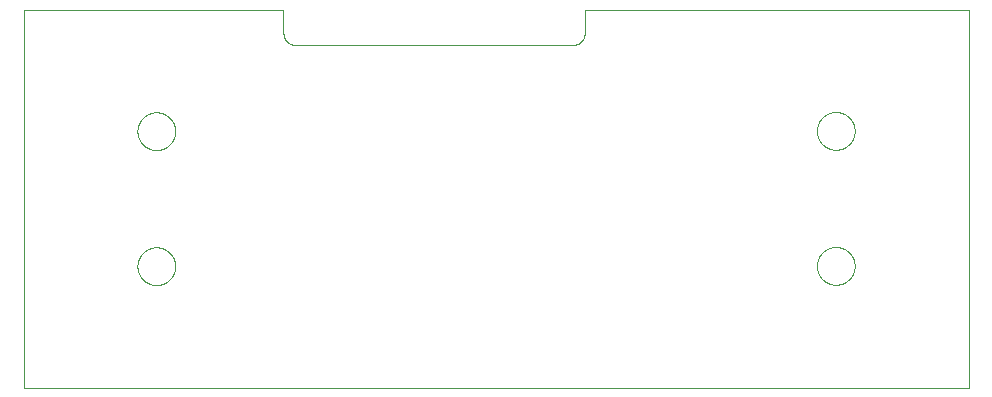
<source format=gbp>
G75*
%MOIN*%
%OFA0B0*%
%FSLAX25Y25*%
%IPPOS*%
%LPD*%
%AMOC8*
5,1,8,0,0,1.08239X$1,22.5*
%
%ADD10C,0.00000*%
D10*
X0001000Y0001571D02*
X0001000Y0127555D01*
X0087614Y0127555D01*
X0087614Y0119681D01*
X0087616Y0119557D01*
X0087622Y0119434D01*
X0087631Y0119310D01*
X0087645Y0119188D01*
X0087662Y0119065D01*
X0087684Y0118943D01*
X0087709Y0118822D01*
X0087738Y0118702D01*
X0087770Y0118583D01*
X0087807Y0118464D01*
X0087847Y0118347D01*
X0087890Y0118232D01*
X0087938Y0118117D01*
X0087989Y0118005D01*
X0088043Y0117894D01*
X0088101Y0117784D01*
X0088162Y0117677D01*
X0088227Y0117571D01*
X0088295Y0117468D01*
X0088366Y0117367D01*
X0088440Y0117268D01*
X0088517Y0117171D01*
X0088598Y0117077D01*
X0088681Y0116986D01*
X0088767Y0116897D01*
X0088856Y0116811D01*
X0088947Y0116728D01*
X0089041Y0116647D01*
X0089138Y0116570D01*
X0089237Y0116496D01*
X0089338Y0116425D01*
X0089441Y0116357D01*
X0089547Y0116292D01*
X0089654Y0116231D01*
X0089764Y0116173D01*
X0089875Y0116119D01*
X0089987Y0116068D01*
X0090102Y0116020D01*
X0090217Y0115977D01*
X0090334Y0115937D01*
X0090453Y0115900D01*
X0090572Y0115868D01*
X0090692Y0115839D01*
X0090813Y0115814D01*
X0090935Y0115792D01*
X0091058Y0115775D01*
X0091180Y0115761D01*
X0091304Y0115752D01*
X0091427Y0115746D01*
X0091551Y0115744D01*
X0184071Y0115744D01*
X0184195Y0115746D01*
X0184318Y0115752D01*
X0184442Y0115761D01*
X0184564Y0115775D01*
X0184687Y0115792D01*
X0184809Y0115814D01*
X0184930Y0115839D01*
X0185050Y0115868D01*
X0185169Y0115900D01*
X0185288Y0115937D01*
X0185405Y0115977D01*
X0185520Y0116020D01*
X0185635Y0116068D01*
X0185747Y0116119D01*
X0185858Y0116173D01*
X0185968Y0116231D01*
X0186075Y0116292D01*
X0186181Y0116357D01*
X0186284Y0116425D01*
X0186385Y0116496D01*
X0186484Y0116570D01*
X0186581Y0116647D01*
X0186675Y0116728D01*
X0186766Y0116811D01*
X0186855Y0116897D01*
X0186941Y0116986D01*
X0187024Y0117077D01*
X0187105Y0117171D01*
X0187182Y0117268D01*
X0187256Y0117367D01*
X0187327Y0117468D01*
X0187395Y0117571D01*
X0187460Y0117677D01*
X0187521Y0117784D01*
X0187579Y0117894D01*
X0187633Y0118005D01*
X0187684Y0118117D01*
X0187732Y0118232D01*
X0187775Y0118347D01*
X0187815Y0118464D01*
X0187852Y0118583D01*
X0187884Y0118702D01*
X0187913Y0118822D01*
X0187938Y0118943D01*
X0187960Y0119065D01*
X0187977Y0119188D01*
X0187991Y0119310D01*
X0188000Y0119434D01*
X0188006Y0119557D01*
X0188008Y0119681D01*
X0188008Y0127555D01*
X0315961Y0127555D01*
X0315961Y0001571D01*
X0001000Y0001571D01*
X0038934Y0042020D02*
X0038936Y0042178D01*
X0038942Y0042336D01*
X0038952Y0042494D01*
X0038966Y0042652D01*
X0038984Y0042809D01*
X0039005Y0042966D01*
X0039031Y0043122D01*
X0039061Y0043278D01*
X0039094Y0043433D01*
X0039132Y0043586D01*
X0039173Y0043739D01*
X0039218Y0043891D01*
X0039267Y0044042D01*
X0039320Y0044191D01*
X0039376Y0044339D01*
X0039436Y0044485D01*
X0039500Y0044630D01*
X0039568Y0044773D01*
X0039639Y0044915D01*
X0039713Y0045055D01*
X0039791Y0045192D01*
X0039873Y0045328D01*
X0039957Y0045462D01*
X0040046Y0045593D01*
X0040137Y0045722D01*
X0040232Y0045849D01*
X0040329Y0045974D01*
X0040430Y0046096D01*
X0040534Y0046215D01*
X0040641Y0046332D01*
X0040751Y0046446D01*
X0040864Y0046557D01*
X0040979Y0046666D01*
X0041097Y0046771D01*
X0041218Y0046873D01*
X0041341Y0046973D01*
X0041467Y0047069D01*
X0041595Y0047162D01*
X0041725Y0047252D01*
X0041858Y0047338D01*
X0041993Y0047422D01*
X0042129Y0047501D01*
X0042268Y0047578D01*
X0042409Y0047650D01*
X0042551Y0047720D01*
X0042695Y0047785D01*
X0042841Y0047847D01*
X0042988Y0047905D01*
X0043137Y0047960D01*
X0043287Y0048011D01*
X0043438Y0048058D01*
X0043590Y0048101D01*
X0043743Y0048140D01*
X0043898Y0048176D01*
X0044053Y0048207D01*
X0044209Y0048235D01*
X0044365Y0048259D01*
X0044522Y0048279D01*
X0044680Y0048295D01*
X0044837Y0048307D01*
X0044996Y0048315D01*
X0045154Y0048319D01*
X0045312Y0048319D01*
X0045470Y0048315D01*
X0045629Y0048307D01*
X0045786Y0048295D01*
X0045944Y0048279D01*
X0046101Y0048259D01*
X0046257Y0048235D01*
X0046413Y0048207D01*
X0046568Y0048176D01*
X0046723Y0048140D01*
X0046876Y0048101D01*
X0047028Y0048058D01*
X0047179Y0048011D01*
X0047329Y0047960D01*
X0047478Y0047905D01*
X0047625Y0047847D01*
X0047771Y0047785D01*
X0047915Y0047720D01*
X0048057Y0047650D01*
X0048198Y0047578D01*
X0048337Y0047501D01*
X0048473Y0047422D01*
X0048608Y0047338D01*
X0048741Y0047252D01*
X0048871Y0047162D01*
X0048999Y0047069D01*
X0049125Y0046973D01*
X0049248Y0046873D01*
X0049369Y0046771D01*
X0049487Y0046666D01*
X0049602Y0046557D01*
X0049715Y0046446D01*
X0049825Y0046332D01*
X0049932Y0046215D01*
X0050036Y0046096D01*
X0050137Y0045974D01*
X0050234Y0045849D01*
X0050329Y0045722D01*
X0050420Y0045593D01*
X0050509Y0045462D01*
X0050593Y0045328D01*
X0050675Y0045192D01*
X0050753Y0045055D01*
X0050827Y0044915D01*
X0050898Y0044773D01*
X0050966Y0044630D01*
X0051030Y0044485D01*
X0051090Y0044339D01*
X0051146Y0044191D01*
X0051199Y0044042D01*
X0051248Y0043891D01*
X0051293Y0043739D01*
X0051334Y0043586D01*
X0051372Y0043433D01*
X0051405Y0043278D01*
X0051435Y0043122D01*
X0051461Y0042966D01*
X0051482Y0042809D01*
X0051500Y0042652D01*
X0051514Y0042494D01*
X0051524Y0042336D01*
X0051530Y0042178D01*
X0051532Y0042020D01*
X0051530Y0041862D01*
X0051524Y0041704D01*
X0051514Y0041546D01*
X0051500Y0041388D01*
X0051482Y0041231D01*
X0051461Y0041074D01*
X0051435Y0040918D01*
X0051405Y0040762D01*
X0051372Y0040607D01*
X0051334Y0040454D01*
X0051293Y0040301D01*
X0051248Y0040149D01*
X0051199Y0039998D01*
X0051146Y0039849D01*
X0051090Y0039701D01*
X0051030Y0039555D01*
X0050966Y0039410D01*
X0050898Y0039267D01*
X0050827Y0039125D01*
X0050753Y0038985D01*
X0050675Y0038848D01*
X0050593Y0038712D01*
X0050509Y0038578D01*
X0050420Y0038447D01*
X0050329Y0038318D01*
X0050234Y0038191D01*
X0050137Y0038066D01*
X0050036Y0037944D01*
X0049932Y0037825D01*
X0049825Y0037708D01*
X0049715Y0037594D01*
X0049602Y0037483D01*
X0049487Y0037374D01*
X0049369Y0037269D01*
X0049248Y0037167D01*
X0049125Y0037067D01*
X0048999Y0036971D01*
X0048871Y0036878D01*
X0048741Y0036788D01*
X0048608Y0036702D01*
X0048473Y0036618D01*
X0048337Y0036539D01*
X0048198Y0036462D01*
X0048057Y0036390D01*
X0047915Y0036320D01*
X0047771Y0036255D01*
X0047625Y0036193D01*
X0047478Y0036135D01*
X0047329Y0036080D01*
X0047179Y0036029D01*
X0047028Y0035982D01*
X0046876Y0035939D01*
X0046723Y0035900D01*
X0046568Y0035864D01*
X0046413Y0035833D01*
X0046257Y0035805D01*
X0046101Y0035781D01*
X0045944Y0035761D01*
X0045786Y0035745D01*
X0045629Y0035733D01*
X0045470Y0035725D01*
X0045312Y0035721D01*
X0045154Y0035721D01*
X0044996Y0035725D01*
X0044837Y0035733D01*
X0044680Y0035745D01*
X0044522Y0035761D01*
X0044365Y0035781D01*
X0044209Y0035805D01*
X0044053Y0035833D01*
X0043898Y0035864D01*
X0043743Y0035900D01*
X0043590Y0035939D01*
X0043438Y0035982D01*
X0043287Y0036029D01*
X0043137Y0036080D01*
X0042988Y0036135D01*
X0042841Y0036193D01*
X0042695Y0036255D01*
X0042551Y0036320D01*
X0042409Y0036390D01*
X0042268Y0036462D01*
X0042129Y0036539D01*
X0041993Y0036618D01*
X0041858Y0036702D01*
X0041725Y0036788D01*
X0041595Y0036878D01*
X0041467Y0036971D01*
X0041341Y0037067D01*
X0041218Y0037167D01*
X0041097Y0037269D01*
X0040979Y0037374D01*
X0040864Y0037483D01*
X0040751Y0037594D01*
X0040641Y0037708D01*
X0040534Y0037825D01*
X0040430Y0037944D01*
X0040329Y0038066D01*
X0040232Y0038191D01*
X0040137Y0038318D01*
X0040046Y0038447D01*
X0039957Y0038578D01*
X0039873Y0038712D01*
X0039791Y0038848D01*
X0039713Y0038985D01*
X0039639Y0039125D01*
X0039568Y0039267D01*
X0039500Y0039410D01*
X0039436Y0039555D01*
X0039376Y0039701D01*
X0039320Y0039849D01*
X0039267Y0039998D01*
X0039218Y0040149D01*
X0039173Y0040301D01*
X0039132Y0040454D01*
X0039094Y0040607D01*
X0039061Y0040762D01*
X0039031Y0040918D01*
X0039005Y0041074D01*
X0038984Y0041231D01*
X0038966Y0041388D01*
X0038952Y0041546D01*
X0038942Y0041704D01*
X0038936Y0041862D01*
X0038934Y0042020D01*
X0038934Y0087020D02*
X0038936Y0087178D01*
X0038942Y0087336D01*
X0038952Y0087494D01*
X0038966Y0087652D01*
X0038984Y0087809D01*
X0039005Y0087966D01*
X0039031Y0088122D01*
X0039061Y0088278D01*
X0039094Y0088433D01*
X0039132Y0088586D01*
X0039173Y0088739D01*
X0039218Y0088891D01*
X0039267Y0089042D01*
X0039320Y0089191D01*
X0039376Y0089339D01*
X0039436Y0089485D01*
X0039500Y0089630D01*
X0039568Y0089773D01*
X0039639Y0089915D01*
X0039713Y0090055D01*
X0039791Y0090192D01*
X0039873Y0090328D01*
X0039957Y0090462D01*
X0040046Y0090593D01*
X0040137Y0090722D01*
X0040232Y0090849D01*
X0040329Y0090974D01*
X0040430Y0091096D01*
X0040534Y0091215D01*
X0040641Y0091332D01*
X0040751Y0091446D01*
X0040864Y0091557D01*
X0040979Y0091666D01*
X0041097Y0091771D01*
X0041218Y0091873D01*
X0041341Y0091973D01*
X0041467Y0092069D01*
X0041595Y0092162D01*
X0041725Y0092252D01*
X0041858Y0092338D01*
X0041993Y0092422D01*
X0042129Y0092501D01*
X0042268Y0092578D01*
X0042409Y0092650D01*
X0042551Y0092720D01*
X0042695Y0092785D01*
X0042841Y0092847D01*
X0042988Y0092905D01*
X0043137Y0092960D01*
X0043287Y0093011D01*
X0043438Y0093058D01*
X0043590Y0093101D01*
X0043743Y0093140D01*
X0043898Y0093176D01*
X0044053Y0093207D01*
X0044209Y0093235D01*
X0044365Y0093259D01*
X0044522Y0093279D01*
X0044680Y0093295D01*
X0044837Y0093307D01*
X0044996Y0093315D01*
X0045154Y0093319D01*
X0045312Y0093319D01*
X0045470Y0093315D01*
X0045629Y0093307D01*
X0045786Y0093295D01*
X0045944Y0093279D01*
X0046101Y0093259D01*
X0046257Y0093235D01*
X0046413Y0093207D01*
X0046568Y0093176D01*
X0046723Y0093140D01*
X0046876Y0093101D01*
X0047028Y0093058D01*
X0047179Y0093011D01*
X0047329Y0092960D01*
X0047478Y0092905D01*
X0047625Y0092847D01*
X0047771Y0092785D01*
X0047915Y0092720D01*
X0048057Y0092650D01*
X0048198Y0092578D01*
X0048337Y0092501D01*
X0048473Y0092422D01*
X0048608Y0092338D01*
X0048741Y0092252D01*
X0048871Y0092162D01*
X0048999Y0092069D01*
X0049125Y0091973D01*
X0049248Y0091873D01*
X0049369Y0091771D01*
X0049487Y0091666D01*
X0049602Y0091557D01*
X0049715Y0091446D01*
X0049825Y0091332D01*
X0049932Y0091215D01*
X0050036Y0091096D01*
X0050137Y0090974D01*
X0050234Y0090849D01*
X0050329Y0090722D01*
X0050420Y0090593D01*
X0050509Y0090462D01*
X0050593Y0090328D01*
X0050675Y0090192D01*
X0050753Y0090055D01*
X0050827Y0089915D01*
X0050898Y0089773D01*
X0050966Y0089630D01*
X0051030Y0089485D01*
X0051090Y0089339D01*
X0051146Y0089191D01*
X0051199Y0089042D01*
X0051248Y0088891D01*
X0051293Y0088739D01*
X0051334Y0088586D01*
X0051372Y0088433D01*
X0051405Y0088278D01*
X0051435Y0088122D01*
X0051461Y0087966D01*
X0051482Y0087809D01*
X0051500Y0087652D01*
X0051514Y0087494D01*
X0051524Y0087336D01*
X0051530Y0087178D01*
X0051532Y0087020D01*
X0051530Y0086862D01*
X0051524Y0086704D01*
X0051514Y0086546D01*
X0051500Y0086388D01*
X0051482Y0086231D01*
X0051461Y0086074D01*
X0051435Y0085918D01*
X0051405Y0085762D01*
X0051372Y0085607D01*
X0051334Y0085454D01*
X0051293Y0085301D01*
X0051248Y0085149D01*
X0051199Y0084998D01*
X0051146Y0084849D01*
X0051090Y0084701D01*
X0051030Y0084555D01*
X0050966Y0084410D01*
X0050898Y0084267D01*
X0050827Y0084125D01*
X0050753Y0083985D01*
X0050675Y0083848D01*
X0050593Y0083712D01*
X0050509Y0083578D01*
X0050420Y0083447D01*
X0050329Y0083318D01*
X0050234Y0083191D01*
X0050137Y0083066D01*
X0050036Y0082944D01*
X0049932Y0082825D01*
X0049825Y0082708D01*
X0049715Y0082594D01*
X0049602Y0082483D01*
X0049487Y0082374D01*
X0049369Y0082269D01*
X0049248Y0082167D01*
X0049125Y0082067D01*
X0048999Y0081971D01*
X0048871Y0081878D01*
X0048741Y0081788D01*
X0048608Y0081702D01*
X0048473Y0081618D01*
X0048337Y0081539D01*
X0048198Y0081462D01*
X0048057Y0081390D01*
X0047915Y0081320D01*
X0047771Y0081255D01*
X0047625Y0081193D01*
X0047478Y0081135D01*
X0047329Y0081080D01*
X0047179Y0081029D01*
X0047028Y0080982D01*
X0046876Y0080939D01*
X0046723Y0080900D01*
X0046568Y0080864D01*
X0046413Y0080833D01*
X0046257Y0080805D01*
X0046101Y0080781D01*
X0045944Y0080761D01*
X0045786Y0080745D01*
X0045629Y0080733D01*
X0045470Y0080725D01*
X0045312Y0080721D01*
X0045154Y0080721D01*
X0044996Y0080725D01*
X0044837Y0080733D01*
X0044680Y0080745D01*
X0044522Y0080761D01*
X0044365Y0080781D01*
X0044209Y0080805D01*
X0044053Y0080833D01*
X0043898Y0080864D01*
X0043743Y0080900D01*
X0043590Y0080939D01*
X0043438Y0080982D01*
X0043287Y0081029D01*
X0043137Y0081080D01*
X0042988Y0081135D01*
X0042841Y0081193D01*
X0042695Y0081255D01*
X0042551Y0081320D01*
X0042409Y0081390D01*
X0042268Y0081462D01*
X0042129Y0081539D01*
X0041993Y0081618D01*
X0041858Y0081702D01*
X0041725Y0081788D01*
X0041595Y0081878D01*
X0041467Y0081971D01*
X0041341Y0082067D01*
X0041218Y0082167D01*
X0041097Y0082269D01*
X0040979Y0082374D01*
X0040864Y0082483D01*
X0040751Y0082594D01*
X0040641Y0082708D01*
X0040534Y0082825D01*
X0040430Y0082944D01*
X0040329Y0083066D01*
X0040232Y0083191D01*
X0040137Y0083318D01*
X0040046Y0083447D01*
X0039957Y0083578D01*
X0039873Y0083712D01*
X0039791Y0083848D01*
X0039713Y0083985D01*
X0039639Y0084125D01*
X0039568Y0084267D01*
X0039500Y0084410D01*
X0039436Y0084555D01*
X0039376Y0084701D01*
X0039320Y0084849D01*
X0039267Y0084998D01*
X0039218Y0085149D01*
X0039173Y0085301D01*
X0039132Y0085454D01*
X0039094Y0085607D01*
X0039061Y0085762D01*
X0039031Y0085918D01*
X0039005Y0086074D01*
X0038984Y0086231D01*
X0038966Y0086388D01*
X0038952Y0086546D01*
X0038942Y0086704D01*
X0038936Y0086862D01*
X0038934Y0087020D01*
X0265429Y0087106D02*
X0265431Y0087264D01*
X0265437Y0087422D01*
X0265447Y0087580D01*
X0265461Y0087738D01*
X0265479Y0087895D01*
X0265500Y0088052D01*
X0265526Y0088208D01*
X0265556Y0088364D01*
X0265589Y0088519D01*
X0265627Y0088672D01*
X0265668Y0088825D01*
X0265713Y0088977D01*
X0265762Y0089128D01*
X0265815Y0089277D01*
X0265871Y0089425D01*
X0265931Y0089571D01*
X0265995Y0089716D01*
X0266063Y0089859D01*
X0266134Y0090001D01*
X0266208Y0090141D01*
X0266286Y0090278D01*
X0266368Y0090414D01*
X0266452Y0090548D01*
X0266541Y0090679D01*
X0266632Y0090808D01*
X0266727Y0090935D01*
X0266824Y0091060D01*
X0266925Y0091182D01*
X0267029Y0091301D01*
X0267136Y0091418D01*
X0267246Y0091532D01*
X0267359Y0091643D01*
X0267474Y0091752D01*
X0267592Y0091857D01*
X0267713Y0091959D01*
X0267836Y0092059D01*
X0267962Y0092155D01*
X0268090Y0092248D01*
X0268220Y0092338D01*
X0268353Y0092424D01*
X0268488Y0092508D01*
X0268624Y0092587D01*
X0268763Y0092664D01*
X0268904Y0092736D01*
X0269046Y0092806D01*
X0269190Y0092871D01*
X0269336Y0092933D01*
X0269483Y0092991D01*
X0269632Y0093046D01*
X0269782Y0093097D01*
X0269933Y0093144D01*
X0270085Y0093187D01*
X0270238Y0093226D01*
X0270393Y0093262D01*
X0270548Y0093293D01*
X0270704Y0093321D01*
X0270860Y0093345D01*
X0271017Y0093365D01*
X0271175Y0093381D01*
X0271332Y0093393D01*
X0271491Y0093401D01*
X0271649Y0093405D01*
X0271807Y0093405D01*
X0271965Y0093401D01*
X0272124Y0093393D01*
X0272281Y0093381D01*
X0272439Y0093365D01*
X0272596Y0093345D01*
X0272752Y0093321D01*
X0272908Y0093293D01*
X0273063Y0093262D01*
X0273218Y0093226D01*
X0273371Y0093187D01*
X0273523Y0093144D01*
X0273674Y0093097D01*
X0273824Y0093046D01*
X0273973Y0092991D01*
X0274120Y0092933D01*
X0274266Y0092871D01*
X0274410Y0092806D01*
X0274552Y0092736D01*
X0274693Y0092664D01*
X0274832Y0092587D01*
X0274968Y0092508D01*
X0275103Y0092424D01*
X0275236Y0092338D01*
X0275366Y0092248D01*
X0275494Y0092155D01*
X0275620Y0092059D01*
X0275743Y0091959D01*
X0275864Y0091857D01*
X0275982Y0091752D01*
X0276097Y0091643D01*
X0276210Y0091532D01*
X0276320Y0091418D01*
X0276427Y0091301D01*
X0276531Y0091182D01*
X0276632Y0091060D01*
X0276729Y0090935D01*
X0276824Y0090808D01*
X0276915Y0090679D01*
X0277004Y0090548D01*
X0277088Y0090414D01*
X0277170Y0090278D01*
X0277248Y0090141D01*
X0277322Y0090001D01*
X0277393Y0089859D01*
X0277461Y0089716D01*
X0277525Y0089571D01*
X0277585Y0089425D01*
X0277641Y0089277D01*
X0277694Y0089128D01*
X0277743Y0088977D01*
X0277788Y0088825D01*
X0277829Y0088672D01*
X0277867Y0088519D01*
X0277900Y0088364D01*
X0277930Y0088208D01*
X0277956Y0088052D01*
X0277977Y0087895D01*
X0277995Y0087738D01*
X0278009Y0087580D01*
X0278019Y0087422D01*
X0278025Y0087264D01*
X0278027Y0087106D01*
X0278025Y0086948D01*
X0278019Y0086790D01*
X0278009Y0086632D01*
X0277995Y0086474D01*
X0277977Y0086317D01*
X0277956Y0086160D01*
X0277930Y0086004D01*
X0277900Y0085848D01*
X0277867Y0085693D01*
X0277829Y0085540D01*
X0277788Y0085387D01*
X0277743Y0085235D01*
X0277694Y0085084D01*
X0277641Y0084935D01*
X0277585Y0084787D01*
X0277525Y0084641D01*
X0277461Y0084496D01*
X0277393Y0084353D01*
X0277322Y0084211D01*
X0277248Y0084071D01*
X0277170Y0083934D01*
X0277088Y0083798D01*
X0277004Y0083664D01*
X0276915Y0083533D01*
X0276824Y0083404D01*
X0276729Y0083277D01*
X0276632Y0083152D01*
X0276531Y0083030D01*
X0276427Y0082911D01*
X0276320Y0082794D01*
X0276210Y0082680D01*
X0276097Y0082569D01*
X0275982Y0082460D01*
X0275864Y0082355D01*
X0275743Y0082253D01*
X0275620Y0082153D01*
X0275494Y0082057D01*
X0275366Y0081964D01*
X0275236Y0081874D01*
X0275103Y0081788D01*
X0274968Y0081704D01*
X0274832Y0081625D01*
X0274693Y0081548D01*
X0274552Y0081476D01*
X0274410Y0081406D01*
X0274266Y0081341D01*
X0274120Y0081279D01*
X0273973Y0081221D01*
X0273824Y0081166D01*
X0273674Y0081115D01*
X0273523Y0081068D01*
X0273371Y0081025D01*
X0273218Y0080986D01*
X0273063Y0080950D01*
X0272908Y0080919D01*
X0272752Y0080891D01*
X0272596Y0080867D01*
X0272439Y0080847D01*
X0272281Y0080831D01*
X0272124Y0080819D01*
X0271965Y0080811D01*
X0271807Y0080807D01*
X0271649Y0080807D01*
X0271491Y0080811D01*
X0271332Y0080819D01*
X0271175Y0080831D01*
X0271017Y0080847D01*
X0270860Y0080867D01*
X0270704Y0080891D01*
X0270548Y0080919D01*
X0270393Y0080950D01*
X0270238Y0080986D01*
X0270085Y0081025D01*
X0269933Y0081068D01*
X0269782Y0081115D01*
X0269632Y0081166D01*
X0269483Y0081221D01*
X0269336Y0081279D01*
X0269190Y0081341D01*
X0269046Y0081406D01*
X0268904Y0081476D01*
X0268763Y0081548D01*
X0268624Y0081625D01*
X0268488Y0081704D01*
X0268353Y0081788D01*
X0268220Y0081874D01*
X0268090Y0081964D01*
X0267962Y0082057D01*
X0267836Y0082153D01*
X0267713Y0082253D01*
X0267592Y0082355D01*
X0267474Y0082460D01*
X0267359Y0082569D01*
X0267246Y0082680D01*
X0267136Y0082794D01*
X0267029Y0082911D01*
X0266925Y0083030D01*
X0266824Y0083152D01*
X0266727Y0083277D01*
X0266632Y0083404D01*
X0266541Y0083533D01*
X0266452Y0083664D01*
X0266368Y0083798D01*
X0266286Y0083934D01*
X0266208Y0084071D01*
X0266134Y0084211D01*
X0266063Y0084353D01*
X0265995Y0084496D01*
X0265931Y0084641D01*
X0265871Y0084787D01*
X0265815Y0084935D01*
X0265762Y0085084D01*
X0265713Y0085235D01*
X0265668Y0085387D01*
X0265627Y0085540D01*
X0265589Y0085693D01*
X0265556Y0085848D01*
X0265526Y0086004D01*
X0265500Y0086160D01*
X0265479Y0086317D01*
X0265461Y0086474D01*
X0265447Y0086632D01*
X0265437Y0086790D01*
X0265431Y0086948D01*
X0265429Y0087106D01*
X0265429Y0042106D02*
X0265431Y0042264D01*
X0265437Y0042422D01*
X0265447Y0042580D01*
X0265461Y0042738D01*
X0265479Y0042895D01*
X0265500Y0043052D01*
X0265526Y0043208D01*
X0265556Y0043364D01*
X0265589Y0043519D01*
X0265627Y0043672D01*
X0265668Y0043825D01*
X0265713Y0043977D01*
X0265762Y0044128D01*
X0265815Y0044277D01*
X0265871Y0044425D01*
X0265931Y0044571D01*
X0265995Y0044716D01*
X0266063Y0044859D01*
X0266134Y0045001D01*
X0266208Y0045141D01*
X0266286Y0045278D01*
X0266368Y0045414D01*
X0266452Y0045548D01*
X0266541Y0045679D01*
X0266632Y0045808D01*
X0266727Y0045935D01*
X0266824Y0046060D01*
X0266925Y0046182D01*
X0267029Y0046301D01*
X0267136Y0046418D01*
X0267246Y0046532D01*
X0267359Y0046643D01*
X0267474Y0046752D01*
X0267592Y0046857D01*
X0267713Y0046959D01*
X0267836Y0047059D01*
X0267962Y0047155D01*
X0268090Y0047248D01*
X0268220Y0047338D01*
X0268353Y0047424D01*
X0268488Y0047508D01*
X0268624Y0047587D01*
X0268763Y0047664D01*
X0268904Y0047736D01*
X0269046Y0047806D01*
X0269190Y0047871D01*
X0269336Y0047933D01*
X0269483Y0047991D01*
X0269632Y0048046D01*
X0269782Y0048097D01*
X0269933Y0048144D01*
X0270085Y0048187D01*
X0270238Y0048226D01*
X0270393Y0048262D01*
X0270548Y0048293D01*
X0270704Y0048321D01*
X0270860Y0048345D01*
X0271017Y0048365D01*
X0271175Y0048381D01*
X0271332Y0048393D01*
X0271491Y0048401D01*
X0271649Y0048405D01*
X0271807Y0048405D01*
X0271965Y0048401D01*
X0272124Y0048393D01*
X0272281Y0048381D01*
X0272439Y0048365D01*
X0272596Y0048345D01*
X0272752Y0048321D01*
X0272908Y0048293D01*
X0273063Y0048262D01*
X0273218Y0048226D01*
X0273371Y0048187D01*
X0273523Y0048144D01*
X0273674Y0048097D01*
X0273824Y0048046D01*
X0273973Y0047991D01*
X0274120Y0047933D01*
X0274266Y0047871D01*
X0274410Y0047806D01*
X0274552Y0047736D01*
X0274693Y0047664D01*
X0274832Y0047587D01*
X0274968Y0047508D01*
X0275103Y0047424D01*
X0275236Y0047338D01*
X0275366Y0047248D01*
X0275494Y0047155D01*
X0275620Y0047059D01*
X0275743Y0046959D01*
X0275864Y0046857D01*
X0275982Y0046752D01*
X0276097Y0046643D01*
X0276210Y0046532D01*
X0276320Y0046418D01*
X0276427Y0046301D01*
X0276531Y0046182D01*
X0276632Y0046060D01*
X0276729Y0045935D01*
X0276824Y0045808D01*
X0276915Y0045679D01*
X0277004Y0045548D01*
X0277088Y0045414D01*
X0277170Y0045278D01*
X0277248Y0045141D01*
X0277322Y0045001D01*
X0277393Y0044859D01*
X0277461Y0044716D01*
X0277525Y0044571D01*
X0277585Y0044425D01*
X0277641Y0044277D01*
X0277694Y0044128D01*
X0277743Y0043977D01*
X0277788Y0043825D01*
X0277829Y0043672D01*
X0277867Y0043519D01*
X0277900Y0043364D01*
X0277930Y0043208D01*
X0277956Y0043052D01*
X0277977Y0042895D01*
X0277995Y0042738D01*
X0278009Y0042580D01*
X0278019Y0042422D01*
X0278025Y0042264D01*
X0278027Y0042106D01*
X0278025Y0041948D01*
X0278019Y0041790D01*
X0278009Y0041632D01*
X0277995Y0041474D01*
X0277977Y0041317D01*
X0277956Y0041160D01*
X0277930Y0041004D01*
X0277900Y0040848D01*
X0277867Y0040693D01*
X0277829Y0040540D01*
X0277788Y0040387D01*
X0277743Y0040235D01*
X0277694Y0040084D01*
X0277641Y0039935D01*
X0277585Y0039787D01*
X0277525Y0039641D01*
X0277461Y0039496D01*
X0277393Y0039353D01*
X0277322Y0039211D01*
X0277248Y0039071D01*
X0277170Y0038934D01*
X0277088Y0038798D01*
X0277004Y0038664D01*
X0276915Y0038533D01*
X0276824Y0038404D01*
X0276729Y0038277D01*
X0276632Y0038152D01*
X0276531Y0038030D01*
X0276427Y0037911D01*
X0276320Y0037794D01*
X0276210Y0037680D01*
X0276097Y0037569D01*
X0275982Y0037460D01*
X0275864Y0037355D01*
X0275743Y0037253D01*
X0275620Y0037153D01*
X0275494Y0037057D01*
X0275366Y0036964D01*
X0275236Y0036874D01*
X0275103Y0036788D01*
X0274968Y0036704D01*
X0274832Y0036625D01*
X0274693Y0036548D01*
X0274552Y0036476D01*
X0274410Y0036406D01*
X0274266Y0036341D01*
X0274120Y0036279D01*
X0273973Y0036221D01*
X0273824Y0036166D01*
X0273674Y0036115D01*
X0273523Y0036068D01*
X0273371Y0036025D01*
X0273218Y0035986D01*
X0273063Y0035950D01*
X0272908Y0035919D01*
X0272752Y0035891D01*
X0272596Y0035867D01*
X0272439Y0035847D01*
X0272281Y0035831D01*
X0272124Y0035819D01*
X0271965Y0035811D01*
X0271807Y0035807D01*
X0271649Y0035807D01*
X0271491Y0035811D01*
X0271332Y0035819D01*
X0271175Y0035831D01*
X0271017Y0035847D01*
X0270860Y0035867D01*
X0270704Y0035891D01*
X0270548Y0035919D01*
X0270393Y0035950D01*
X0270238Y0035986D01*
X0270085Y0036025D01*
X0269933Y0036068D01*
X0269782Y0036115D01*
X0269632Y0036166D01*
X0269483Y0036221D01*
X0269336Y0036279D01*
X0269190Y0036341D01*
X0269046Y0036406D01*
X0268904Y0036476D01*
X0268763Y0036548D01*
X0268624Y0036625D01*
X0268488Y0036704D01*
X0268353Y0036788D01*
X0268220Y0036874D01*
X0268090Y0036964D01*
X0267962Y0037057D01*
X0267836Y0037153D01*
X0267713Y0037253D01*
X0267592Y0037355D01*
X0267474Y0037460D01*
X0267359Y0037569D01*
X0267246Y0037680D01*
X0267136Y0037794D01*
X0267029Y0037911D01*
X0266925Y0038030D01*
X0266824Y0038152D01*
X0266727Y0038277D01*
X0266632Y0038404D01*
X0266541Y0038533D01*
X0266452Y0038664D01*
X0266368Y0038798D01*
X0266286Y0038934D01*
X0266208Y0039071D01*
X0266134Y0039211D01*
X0266063Y0039353D01*
X0265995Y0039496D01*
X0265931Y0039641D01*
X0265871Y0039787D01*
X0265815Y0039935D01*
X0265762Y0040084D01*
X0265713Y0040235D01*
X0265668Y0040387D01*
X0265627Y0040540D01*
X0265589Y0040693D01*
X0265556Y0040848D01*
X0265526Y0041004D01*
X0265500Y0041160D01*
X0265479Y0041317D01*
X0265461Y0041474D01*
X0265447Y0041632D01*
X0265437Y0041790D01*
X0265431Y0041948D01*
X0265429Y0042106D01*
M02*

</source>
